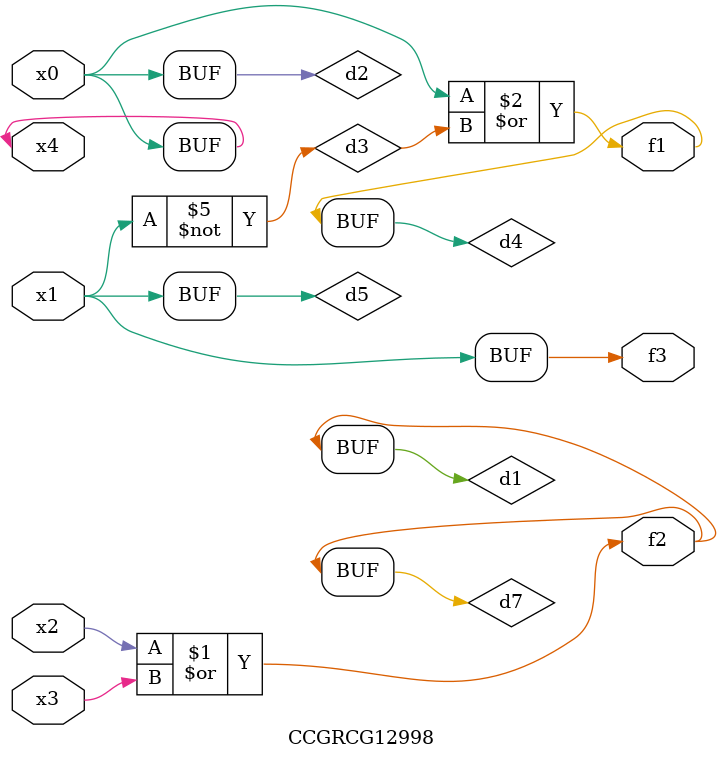
<source format=v>
module CCGRCG12998(
	input x0, x1, x2, x3, x4,
	output f1, f2, f3
);

	wire d1, d2, d3, d4, d5, d6, d7;

	or (d1, x2, x3);
	buf (d2, x0, x4);
	not (d3, x1);
	or (d4, d2, d3);
	not (d5, d3);
	nand (d6, d1, d3);
	or (d7, d1);
	assign f1 = d4;
	assign f2 = d7;
	assign f3 = d5;
endmodule

</source>
